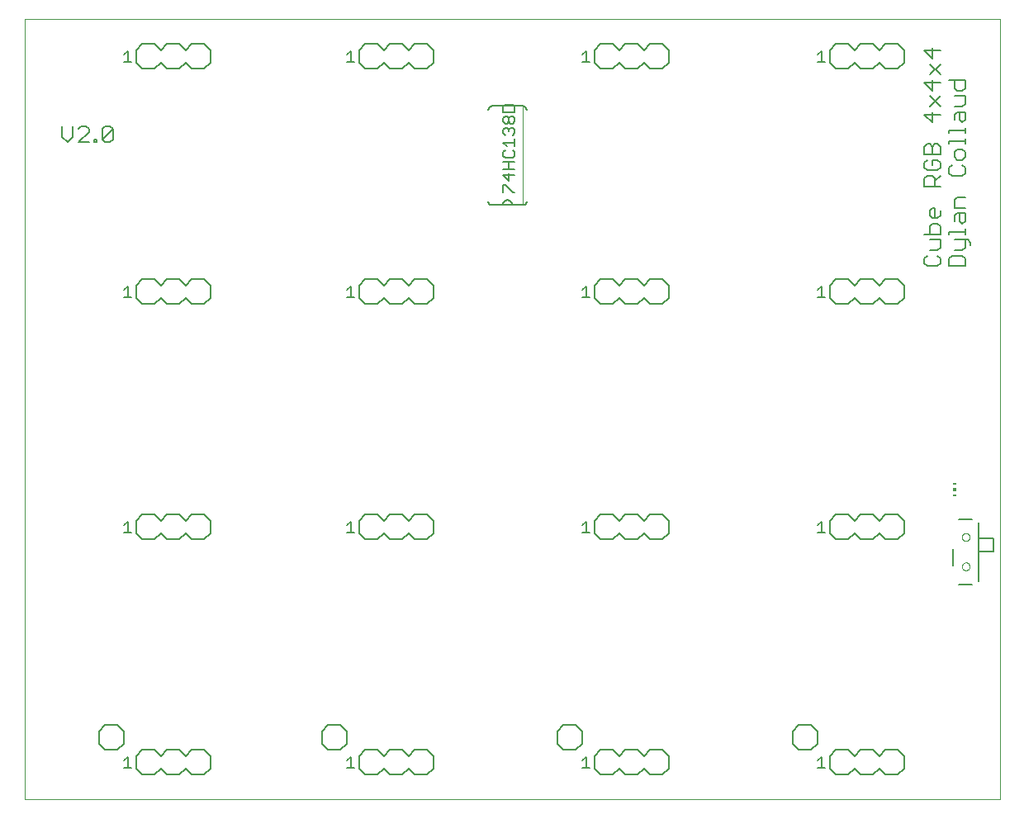
<source format=gto>
G75*
%MOIN*%
%OFA0B0*%
%FSLAX25Y25*%
%IPPOS*%
%LPD*%
%AMOC8*
5,1,8,0,0,1.08239X$1,22.5*
%
%ADD10C,0.00000*%
%ADD11C,0.00600*%
%ADD12C,0.00200*%
%ADD13C,0.00500*%
%ADD14R,0.01181X0.00591*%
%ADD15R,0.01181X0.01181*%
D10*
X0001800Y0001800D02*
X0001800Y0316761D01*
X0395501Y0316761D01*
X0395501Y0001800D01*
X0001800Y0001800D01*
X0380225Y0095894D02*
X0380227Y0095973D01*
X0380233Y0096052D01*
X0380243Y0096131D01*
X0380257Y0096209D01*
X0380274Y0096286D01*
X0380296Y0096362D01*
X0380321Y0096437D01*
X0380351Y0096510D01*
X0380383Y0096582D01*
X0380420Y0096653D01*
X0380460Y0096721D01*
X0380503Y0096787D01*
X0380549Y0096851D01*
X0380599Y0096913D01*
X0380652Y0096972D01*
X0380707Y0097028D01*
X0380766Y0097082D01*
X0380827Y0097132D01*
X0380890Y0097180D01*
X0380956Y0097224D01*
X0381024Y0097265D01*
X0381094Y0097302D01*
X0381165Y0097336D01*
X0381239Y0097366D01*
X0381313Y0097392D01*
X0381389Y0097414D01*
X0381466Y0097433D01*
X0381544Y0097448D01*
X0381622Y0097459D01*
X0381701Y0097466D01*
X0381780Y0097469D01*
X0381859Y0097468D01*
X0381938Y0097463D01*
X0382017Y0097454D01*
X0382095Y0097441D01*
X0382172Y0097424D01*
X0382249Y0097404D01*
X0382324Y0097379D01*
X0382398Y0097351D01*
X0382471Y0097319D01*
X0382541Y0097284D01*
X0382610Y0097245D01*
X0382677Y0097202D01*
X0382742Y0097156D01*
X0382804Y0097108D01*
X0382864Y0097056D01*
X0382921Y0097001D01*
X0382975Y0096943D01*
X0383026Y0096883D01*
X0383074Y0096820D01*
X0383119Y0096755D01*
X0383161Y0096687D01*
X0383199Y0096618D01*
X0383233Y0096547D01*
X0383264Y0096474D01*
X0383292Y0096399D01*
X0383315Y0096324D01*
X0383335Y0096247D01*
X0383351Y0096170D01*
X0383363Y0096091D01*
X0383371Y0096013D01*
X0383375Y0095934D01*
X0383375Y0095854D01*
X0383371Y0095775D01*
X0383363Y0095697D01*
X0383351Y0095618D01*
X0383335Y0095541D01*
X0383315Y0095464D01*
X0383292Y0095389D01*
X0383264Y0095314D01*
X0383233Y0095241D01*
X0383199Y0095170D01*
X0383161Y0095101D01*
X0383119Y0095033D01*
X0383074Y0094968D01*
X0383026Y0094905D01*
X0382975Y0094845D01*
X0382921Y0094787D01*
X0382864Y0094732D01*
X0382804Y0094680D01*
X0382742Y0094632D01*
X0382677Y0094586D01*
X0382610Y0094543D01*
X0382541Y0094504D01*
X0382471Y0094469D01*
X0382398Y0094437D01*
X0382324Y0094409D01*
X0382249Y0094384D01*
X0382172Y0094364D01*
X0382095Y0094347D01*
X0382017Y0094334D01*
X0381938Y0094325D01*
X0381859Y0094320D01*
X0381780Y0094319D01*
X0381701Y0094322D01*
X0381622Y0094329D01*
X0381544Y0094340D01*
X0381466Y0094355D01*
X0381389Y0094374D01*
X0381313Y0094396D01*
X0381239Y0094422D01*
X0381165Y0094452D01*
X0381094Y0094486D01*
X0381024Y0094523D01*
X0380956Y0094564D01*
X0380890Y0094608D01*
X0380827Y0094656D01*
X0380766Y0094706D01*
X0380707Y0094760D01*
X0380652Y0094816D01*
X0380599Y0094875D01*
X0380549Y0094937D01*
X0380503Y0095001D01*
X0380460Y0095067D01*
X0380420Y0095135D01*
X0380383Y0095206D01*
X0380351Y0095278D01*
X0380321Y0095351D01*
X0380296Y0095426D01*
X0380274Y0095502D01*
X0380257Y0095579D01*
X0380243Y0095657D01*
X0380233Y0095736D01*
X0380227Y0095815D01*
X0380225Y0095894D01*
X0380225Y0107706D02*
X0380227Y0107785D01*
X0380233Y0107864D01*
X0380243Y0107943D01*
X0380257Y0108021D01*
X0380274Y0108098D01*
X0380296Y0108174D01*
X0380321Y0108249D01*
X0380351Y0108322D01*
X0380383Y0108394D01*
X0380420Y0108465D01*
X0380460Y0108533D01*
X0380503Y0108599D01*
X0380549Y0108663D01*
X0380599Y0108725D01*
X0380652Y0108784D01*
X0380707Y0108840D01*
X0380766Y0108894D01*
X0380827Y0108944D01*
X0380890Y0108992D01*
X0380956Y0109036D01*
X0381024Y0109077D01*
X0381094Y0109114D01*
X0381165Y0109148D01*
X0381239Y0109178D01*
X0381313Y0109204D01*
X0381389Y0109226D01*
X0381466Y0109245D01*
X0381544Y0109260D01*
X0381622Y0109271D01*
X0381701Y0109278D01*
X0381780Y0109281D01*
X0381859Y0109280D01*
X0381938Y0109275D01*
X0382017Y0109266D01*
X0382095Y0109253D01*
X0382172Y0109236D01*
X0382249Y0109216D01*
X0382324Y0109191D01*
X0382398Y0109163D01*
X0382471Y0109131D01*
X0382541Y0109096D01*
X0382610Y0109057D01*
X0382677Y0109014D01*
X0382742Y0108968D01*
X0382804Y0108920D01*
X0382864Y0108868D01*
X0382921Y0108813D01*
X0382975Y0108755D01*
X0383026Y0108695D01*
X0383074Y0108632D01*
X0383119Y0108567D01*
X0383161Y0108499D01*
X0383199Y0108430D01*
X0383233Y0108359D01*
X0383264Y0108286D01*
X0383292Y0108211D01*
X0383315Y0108136D01*
X0383335Y0108059D01*
X0383351Y0107982D01*
X0383363Y0107903D01*
X0383371Y0107825D01*
X0383375Y0107746D01*
X0383375Y0107666D01*
X0383371Y0107587D01*
X0383363Y0107509D01*
X0383351Y0107430D01*
X0383335Y0107353D01*
X0383315Y0107276D01*
X0383292Y0107201D01*
X0383264Y0107126D01*
X0383233Y0107053D01*
X0383199Y0106982D01*
X0383161Y0106913D01*
X0383119Y0106845D01*
X0383074Y0106780D01*
X0383026Y0106717D01*
X0382975Y0106657D01*
X0382921Y0106599D01*
X0382864Y0106544D01*
X0382804Y0106492D01*
X0382742Y0106444D01*
X0382677Y0106398D01*
X0382610Y0106355D01*
X0382541Y0106316D01*
X0382471Y0106281D01*
X0382398Y0106249D01*
X0382324Y0106221D01*
X0382249Y0106196D01*
X0382172Y0106176D01*
X0382095Y0106159D01*
X0382017Y0106146D01*
X0381938Y0106137D01*
X0381859Y0106132D01*
X0381780Y0106131D01*
X0381701Y0106134D01*
X0381622Y0106141D01*
X0381544Y0106152D01*
X0381466Y0106167D01*
X0381389Y0106186D01*
X0381313Y0106208D01*
X0381239Y0106234D01*
X0381165Y0106264D01*
X0381094Y0106298D01*
X0381024Y0106335D01*
X0380956Y0106376D01*
X0380890Y0106420D01*
X0380827Y0106468D01*
X0380766Y0106518D01*
X0380707Y0106572D01*
X0380652Y0106628D01*
X0380599Y0106687D01*
X0380549Y0106749D01*
X0380503Y0106813D01*
X0380460Y0106879D01*
X0380420Y0106947D01*
X0380383Y0107018D01*
X0380351Y0107090D01*
X0380321Y0107163D01*
X0380296Y0107238D01*
X0380274Y0107314D01*
X0380257Y0107391D01*
X0380243Y0107469D01*
X0380233Y0107548D01*
X0380227Y0107627D01*
X0380225Y0107706D01*
D11*
X0356800Y0109300D02*
X0356800Y0114300D01*
X0354300Y0116800D01*
X0349300Y0116800D01*
X0346800Y0114300D01*
X0344300Y0116800D01*
X0339300Y0116800D01*
X0336800Y0114300D01*
X0334300Y0116800D01*
X0329300Y0116800D01*
X0326800Y0114300D01*
X0326800Y0109300D01*
X0329300Y0106800D01*
X0334300Y0106800D01*
X0336800Y0109300D01*
X0339300Y0106800D01*
X0344300Y0106800D01*
X0346800Y0109300D01*
X0349300Y0106800D01*
X0354300Y0106800D01*
X0356800Y0109300D01*
X0261800Y0109300D02*
X0259300Y0106800D01*
X0254300Y0106800D01*
X0251800Y0109300D01*
X0249300Y0106800D01*
X0244300Y0106800D01*
X0241800Y0109300D01*
X0239300Y0106800D01*
X0234300Y0106800D01*
X0231800Y0109300D01*
X0231800Y0114300D01*
X0234300Y0116800D01*
X0239300Y0116800D01*
X0241800Y0114300D01*
X0244300Y0116800D01*
X0249300Y0116800D01*
X0251800Y0114300D01*
X0254300Y0116800D01*
X0259300Y0116800D01*
X0261800Y0114300D01*
X0261800Y0109300D01*
X0166800Y0109300D02*
X0164300Y0106800D01*
X0159300Y0106800D01*
X0156800Y0109300D01*
X0154300Y0106800D01*
X0149300Y0106800D01*
X0146800Y0109300D01*
X0144300Y0106800D01*
X0139300Y0106800D01*
X0136800Y0109300D01*
X0136800Y0114300D01*
X0139300Y0116800D01*
X0144300Y0116800D01*
X0146800Y0114300D01*
X0149300Y0116800D01*
X0154300Y0116800D01*
X0156800Y0114300D01*
X0159300Y0116800D01*
X0164300Y0116800D01*
X0166800Y0114300D01*
X0166800Y0109300D01*
X0076800Y0109300D02*
X0076800Y0114300D01*
X0074300Y0116800D01*
X0069300Y0116800D01*
X0066800Y0114300D01*
X0064300Y0116800D01*
X0059300Y0116800D01*
X0056800Y0114300D01*
X0054300Y0116800D01*
X0049300Y0116800D01*
X0046800Y0114300D01*
X0046800Y0109300D01*
X0049300Y0106800D01*
X0054300Y0106800D01*
X0056800Y0109300D01*
X0059300Y0106800D01*
X0064300Y0106800D01*
X0066800Y0109300D01*
X0069300Y0106800D01*
X0074300Y0106800D01*
X0076800Y0109300D01*
X0039300Y0031800D02*
X0034300Y0031800D01*
X0031800Y0029300D01*
X0031800Y0024300D01*
X0034300Y0021800D01*
X0039300Y0021800D01*
X0041800Y0024300D01*
X0041800Y0029300D01*
X0039300Y0031800D01*
X0049300Y0021800D02*
X0046800Y0019300D01*
X0046800Y0014300D01*
X0049300Y0011800D01*
X0054300Y0011800D01*
X0056800Y0014300D01*
X0059300Y0011800D01*
X0064300Y0011800D01*
X0066800Y0014300D01*
X0069300Y0011800D01*
X0074300Y0011800D01*
X0076800Y0014300D01*
X0076800Y0019300D01*
X0074300Y0021800D01*
X0069300Y0021800D01*
X0066800Y0019300D01*
X0064300Y0021800D01*
X0059300Y0021800D01*
X0056800Y0019300D01*
X0054300Y0021800D01*
X0049300Y0021800D01*
X0121800Y0024300D02*
X0124300Y0021800D01*
X0129300Y0021800D01*
X0131800Y0024300D01*
X0131800Y0029300D01*
X0129300Y0031800D01*
X0124300Y0031800D01*
X0121800Y0029300D01*
X0121800Y0024300D01*
X0136800Y0019300D02*
X0136800Y0014300D01*
X0139300Y0011800D01*
X0144300Y0011800D01*
X0146800Y0014300D01*
X0149300Y0011800D01*
X0154300Y0011800D01*
X0156800Y0014300D01*
X0159300Y0011800D01*
X0164300Y0011800D01*
X0166800Y0014300D01*
X0166800Y0019300D01*
X0164300Y0021800D01*
X0159300Y0021800D01*
X0156800Y0019300D01*
X0154300Y0021800D01*
X0149300Y0021800D01*
X0146800Y0019300D01*
X0144300Y0021800D01*
X0139300Y0021800D01*
X0136800Y0019300D01*
X0216800Y0024300D02*
X0219300Y0021800D01*
X0224300Y0021800D01*
X0226800Y0024300D01*
X0226800Y0029300D01*
X0224300Y0031800D01*
X0219300Y0031800D01*
X0216800Y0029300D01*
X0216800Y0024300D01*
X0231800Y0019300D02*
X0231800Y0014300D01*
X0234300Y0011800D01*
X0239300Y0011800D01*
X0241800Y0014300D01*
X0244300Y0011800D01*
X0249300Y0011800D01*
X0251800Y0014300D01*
X0254300Y0011800D01*
X0259300Y0011800D01*
X0261800Y0014300D01*
X0261800Y0019300D01*
X0259300Y0021800D01*
X0254300Y0021800D01*
X0251800Y0019300D01*
X0249300Y0021800D01*
X0244300Y0021800D01*
X0241800Y0019300D01*
X0239300Y0021800D01*
X0234300Y0021800D01*
X0231800Y0019300D01*
X0311800Y0024300D02*
X0314300Y0021800D01*
X0319300Y0021800D01*
X0321800Y0024300D01*
X0321800Y0029300D01*
X0319300Y0031800D01*
X0314300Y0031800D01*
X0311800Y0029300D01*
X0311800Y0024300D01*
X0326800Y0019300D02*
X0326800Y0014300D01*
X0329300Y0011800D01*
X0334300Y0011800D01*
X0336800Y0014300D01*
X0339300Y0011800D01*
X0344300Y0011800D01*
X0346800Y0014300D01*
X0349300Y0011800D01*
X0354300Y0011800D01*
X0356800Y0014300D01*
X0356800Y0019300D01*
X0354300Y0021800D01*
X0349300Y0021800D01*
X0346800Y0019300D01*
X0344300Y0021800D01*
X0339300Y0021800D01*
X0336800Y0019300D01*
X0334300Y0021800D01*
X0329300Y0021800D01*
X0326800Y0019300D01*
X0329300Y0201800D02*
X0334300Y0201800D01*
X0336800Y0204300D01*
X0339300Y0201800D01*
X0344300Y0201800D01*
X0346800Y0204300D01*
X0349300Y0201800D01*
X0354300Y0201800D01*
X0356800Y0204300D01*
X0356800Y0209300D01*
X0354300Y0211800D01*
X0349300Y0211800D01*
X0346800Y0209300D01*
X0344300Y0211800D01*
X0339300Y0211800D01*
X0336800Y0209300D01*
X0334300Y0211800D01*
X0329300Y0211800D01*
X0326800Y0209300D01*
X0326800Y0204300D01*
X0329300Y0201800D01*
X0365095Y0218168D02*
X0366162Y0217100D01*
X0370432Y0217100D01*
X0371500Y0218168D01*
X0371500Y0220303D01*
X0370432Y0221370D01*
X0370432Y0223545D02*
X0371500Y0224613D01*
X0371500Y0227816D01*
X0367230Y0227816D01*
X0367230Y0229991D02*
X0367230Y0233194D01*
X0368297Y0234261D01*
X0370432Y0234261D01*
X0371500Y0233194D01*
X0371500Y0229991D01*
X0365095Y0229991D01*
X0367230Y0223545D02*
X0370432Y0223545D01*
X0366162Y0221370D02*
X0365095Y0220303D01*
X0365095Y0218168D01*
X0375095Y0217100D02*
X0375095Y0220303D01*
X0376162Y0221370D01*
X0380432Y0221370D01*
X0381500Y0220303D01*
X0381500Y0217100D01*
X0375095Y0217100D01*
X0377230Y0223545D02*
X0380432Y0223545D01*
X0381500Y0224613D01*
X0381500Y0227816D01*
X0382568Y0227816D02*
X0383635Y0226748D01*
X0383635Y0225681D01*
X0382568Y0227816D02*
X0377230Y0227816D01*
X0375095Y0229991D02*
X0375095Y0231059D01*
X0381500Y0231059D01*
X0381500Y0232126D02*
X0381500Y0229991D01*
X0380432Y0234288D02*
X0379365Y0235356D01*
X0379365Y0238558D01*
X0378297Y0238558D02*
X0381500Y0238558D01*
X0381500Y0235356D01*
X0380432Y0234288D01*
X0377230Y0235356D02*
X0377230Y0237491D01*
X0378297Y0238558D01*
X0377230Y0240733D02*
X0377230Y0243936D01*
X0378297Y0245004D01*
X0381500Y0245004D01*
X0381500Y0240733D02*
X0377230Y0240733D01*
X0371500Y0239639D02*
X0371500Y0237504D01*
X0370432Y0236436D01*
X0368297Y0236436D01*
X0367230Y0237504D01*
X0367230Y0239639D01*
X0368297Y0240707D01*
X0369365Y0240707D01*
X0369365Y0236436D01*
X0369365Y0249327D02*
X0369365Y0252530D01*
X0368297Y0253598D01*
X0366162Y0253598D01*
X0365095Y0252530D01*
X0365095Y0249327D01*
X0371500Y0249327D01*
X0369365Y0251463D02*
X0371500Y0253598D01*
X0370432Y0255773D02*
X0371500Y0256841D01*
X0371500Y0258976D01*
X0370432Y0260043D01*
X0368297Y0260043D01*
X0368297Y0257908D01*
X0366162Y0255773D02*
X0370432Y0255773D01*
X0366162Y0255773D02*
X0365095Y0256841D01*
X0365095Y0258976D01*
X0366162Y0260043D01*
X0365095Y0262218D02*
X0365095Y0265421D01*
X0366162Y0266489D01*
X0367230Y0266489D01*
X0368297Y0265421D01*
X0368297Y0262218D01*
X0365095Y0262218D02*
X0371500Y0262218D01*
X0371500Y0265421D01*
X0370432Y0266489D01*
X0369365Y0266489D01*
X0368297Y0265421D01*
X0375095Y0266515D02*
X0375095Y0267583D01*
X0381500Y0267583D01*
X0381500Y0266515D02*
X0381500Y0268651D01*
X0381500Y0270812D02*
X0381500Y0272948D01*
X0381500Y0271880D02*
X0375095Y0271880D01*
X0375095Y0270812D01*
X0377230Y0276177D02*
X0377230Y0278312D01*
X0378297Y0279380D01*
X0381500Y0279380D01*
X0381500Y0276177D01*
X0380432Y0275109D01*
X0379365Y0276177D01*
X0379365Y0279380D01*
X0380432Y0281555D02*
X0377230Y0281555D01*
X0380432Y0281555D02*
X0381500Y0282623D01*
X0381500Y0285825D01*
X0377230Y0285825D01*
X0378297Y0288000D02*
X0377230Y0289068D01*
X0377230Y0292271D01*
X0375095Y0292271D02*
X0381500Y0292271D01*
X0381500Y0289068D01*
X0380432Y0288000D01*
X0378297Y0288000D01*
X0371500Y0285825D02*
X0367230Y0281555D01*
X0368297Y0279380D02*
X0368297Y0275109D01*
X0365095Y0278312D01*
X0371500Y0278312D01*
X0371500Y0281555D02*
X0367230Y0285825D01*
X0368297Y0288000D02*
X0368297Y0292271D01*
X0367230Y0294446D02*
X0371500Y0298716D01*
X0368297Y0300891D02*
X0368297Y0305162D01*
X0365095Y0304094D02*
X0368297Y0300891D01*
X0367230Y0298716D02*
X0371500Y0294446D01*
X0371500Y0291203D02*
X0365095Y0291203D01*
X0368297Y0288000D01*
X0356800Y0299300D02*
X0356800Y0304300D01*
X0354300Y0306800D01*
X0349300Y0306800D01*
X0346800Y0304300D01*
X0344300Y0306800D01*
X0339300Y0306800D01*
X0336800Y0304300D01*
X0334300Y0306800D01*
X0329300Y0306800D01*
X0326800Y0304300D01*
X0326800Y0299300D01*
X0329300Y0296800D01*
X0334300Y0296800D01*
X0336800Y0299300D01*
X0339300Y0296800D01*
X0344300Y0296800D01*
X0346800Y0299300D01*
X0349300Y0296800D01*
X0354300Y0296800D01*
X0356800Y0299300D01*
X0365095Y0304094D02*
X0371500Y0304094D01*
X0378297Y0264340D02*
X0377230Y0263273D01*
X0377230Y0261138D01*
X0378297Y0260070D01*
X0380432Y0260070D01*
X0381500Y0261138D01*
X0381500Y0263273D01*
X0380432Y0264340D01*
X0378297Y0264340D01*
X0376162Y0257895D02*
X0375095Y0256827D01*
X0375095Y0254692D01*
X0376162Y0253624D01*
X0380432Y0253624D01*
X0381500Y0254692D01*
X0381500Y0256827D01*
X0380432Y0257895D01*
X0261800Y0299300D02*
X0261800Y0304300D01*
X0259300Y0306800D01*
X0254300Y0306800D01*
X0251800Y0304300D01*
X0249300Y0306800D01*
X0244300Y0306800D01*
X0241800Y0304300D01*
X0239300Y0306800D01*
X0234300Y0306800D01*
X0231800Y0304300D01*
X0231800Y0299300D01*
X0234300Y0296800D01*
X0239300Y0296800D01*
X0241800Y0299300D01*
X0244300Y0296800D01*
X0249300Y0296800D01*
X0251800Y0299300D01*
X0254300Y0296800D01*
X0259300Y0296800D01*
X0261800Y0299300D01*
X0203000Y0281800D02*
X0190600Y0281800D01*
X0190524Y0281798D01*
X0190448Y0281792D01*
X0190373Y0281783D01*
X0190298Y0281769D01*
X0190224Y0281752D01*
X0190151Y0281731D01*
X0190079Y0281707D01*
X0190008Y0281678D01*
X0189939Y0281647D01*
X0189872Y0281612D01*
X0189807Y0281573D01*
X0189743Y0281531D01*
X0189682Y0281486D01*
X0189623Y0281438D01*
X0189567Y0281387D01*
X0189513Y0281333D01*
X0189462Y0281277D01*
X0189414Y0281218D01*
X0189369Y0281157D01*
X0189327Y0281093D01*
X0189288Y0281028D01*
X0189253Y0280961D01*
X0189222Y0280892D01*
X0189193Y0280821D01*
X0189169Y0280749D01*
X0189148Y0280676D01*
X0189131Y0280602D01*
X0189117Y0280527D01*
X0189108Y0280452D01*
X0189102Y0280376D01*
X0189100Y0280300D01*
X0203000Y0281800D02*
X0203076Y0281798D01*
X0203152Y0281792D01*
X0203227Y0281783D01*
X0203302Y0281769D01*
X0203376Y0281752D01*
X0203449Y0281731D01*
X0203521Y0281707D01*
X0203592Y0281678D01*
X0203661Y0281647D01*
X0203728Y0281612D01*
X0203793Y0281573D01*
X0203857Y0281531D01*
X0203918Y0281486D01*
X0203977Y0281438D01*
X0204033Y0281387D01*
X0204087Y0281333D01*
X0204138Y0281277D01*
X0204186Y0281218D01*
X0204231Y0281157D01*
X0204273Y0281093D01*
X0204312Y0281028D01*
X0204347Y0280961D01*
X0204378Y0280892D01*
X0204407Y0280821D01*
X0204431Y0280749D01*
X0204452Y0280676D01*
X0204469Y0280602D01*
X0204483Y0280527D01*
X0204492Y0280452D01*
X0204498Y0280376D01*
X0204500Y0280300D01*
X0166800Y0299300D02*
X0166800Y0304300D01*
X0164300Y0306800D01*
X0159300Y0306800D01*
X0156800Y0304300D01*
X0154300Y0306800D01*
X0149300Y0306800D01*
X0146800Y0304300D01*
X0144300Y0306800D01*
X0139300Y0306800D01*
X0136800Y0304300D01*
X0136800Y0299300D01*
X0139300Y0296800D01*
X0144300Y0296800D01*
X0146800Y0299300D01*
X0149300Y0296800D01*
X0154300Y0296800D01*
X0156800Y0299300D01*
X0159300Y0296800D01*
X0164300Y0296800D01*
X0166800Y0299300D01*
X0189100Y0243300D02*
X0189102Y0243224D01*
X0189108Y0243148D01*
X0189117Y0243073D01*
X0189131Y0242998D01*
X0189148Y0242924D01*
X0189169Y0242851D01*
X0189193Y0242779D01*
X0189222Y0242708D01*
X0189253Y0242639D01*
X0189288Y0242572D01*
X0189327Y0242507D01*
X0189369Y0242443D01*
X0189414Y0242382D01*
X0189462Y0242323D01*
X0189513Y0242267D01*
X0189567Y0242213D01*
X0189623Y0242162D01*
X0189682Y0242114D01*
X0189743Y0242069D01*
X0189807Y0242027D01*
X0189872Y0241988D01*
X0189939Y0241953D01*
X0190008Y0241922D01*
X0190079Y0241893D01*
X0190151Y0241869D01*
X0190224Y0241848D01*
X0190298Y0241831D01*
X0190373Y0241817D01*
X0190448Y0241808D01*
X0190524Y0241802D01*
X0190600Y0241800D01*
X0194800Y0241800D01*
X0198800Y0241800D01*
X0203000Y0241800D01*
X0203076Y0241802D01*
X0203152Y0241808D01*
X0203227Y0241817D01*
X0203302Y0241831D01*
X0203376Y0241848D01*
X0203449Y0241869D01*
X0203521Y0241893D01*
X0203592Y0241922D01*
X0203661Y0241953D01*
X0203728Y0241988D01*
X0203793Y0242027D01*
X0203857Y0242069D01*
X0203918Y0242114D01*
X0203977Y0242162D01*
X0204033Y0242213D01*
X0204087Y0242267D01*
X0204138Y0242323D01*
X0204186Y0242382D01*
X0204231Y0242443D01*
X0204273Y0242507D01*
X0204312Y0242572D01*
X0204347Y0242639D01*
X0204378Y0242708D01*
X0204407Y0242779D01*
X0204431Y0242851D01*
X0204452Y0242924D01*
X0204469Y0242998D01*
X0204483Y0243073D01*
X0204492Y0243148D01*
X0204498Y0243224D01*
X0204500Y0243300D01*
X0198800Y0241800D02*
X0198798Y0241888D01*
X0198792Y0241977D01*
X0198782Y0242065D01*
X0198769Y0242152D01*
X0198751Y0242239D01*
X0198730Y0242325D01*
X0198705Y0242410D01*
X0198676Y0242493D01*
X0198643Y0242576D01*
X0198607Y0242656D01*
X0198568Y0242735D01*
X0198525Y0242813D01*
X0198478Y0242888D01*
X0198428Y0242961D01*
X0198375Y0243032D01*
X0198319Y0243101D01*
X0198260Y0243167D01*
X0198198Y0243230D01*
X0198134Y0243290D01*
X0198067Y0243348D01*
X0197997Y0243402D01*
X0197925Y0243454D01*
X0197851Y0243502D01*
X0197774Y0243547D01*
X0197696Y0243588D01*
X0197616Y0243626D01*
X0197535Y0243660D01*
X0197452Y0243691D01*
X0197367Y0243718D01*
X0197282Y0243741D01*
X0197196Y0243760D01*
X0197108Y0243776D01*
X0197021Y0243788D01*
X0196933Y0243796D01*
X0196844Y0243800D01*
X0196756Y0243800D01*
X0196667Y0243796D01*
X0196579Y0243788D01*
X0196492Y0243776D01*
X0196404Y0243760D01*
X0196318Y0243741D01*
X0196233Y0243718D01*
X0196148Y0243691D01*
X0196065Y0243660D01*
X0195984Y0243626D01*
X0195904Y0243588D01*
X0195826Y0243547D01*
X0195749Y0243502D01*
X0195675Y0243454D01*
X0195603Y0243402D01*
X0195533Y0243348D01*
X0195466Y0243290D01*
X0195402Y0243230D01*
X0195340Y0243167D01*
X0195281Y0243101D01*
X0195225Y0243032D01*
X0195172Y0242961D01*
X0195122Y0242888D01*
X0195075Y0242813D01*
X0195032Y0242735D01*
X0194993Y0242656D01*
X0194957Y0242576D01*
X0194924Y0242493D01*
X0194895Y0242410D01*
X0194870Y0242325D01*
X0194849Y0242239D01*
X0194831Y0242152D01*
X0194818Y0242065D01*
X0194808Y0241977D01*
X0194802Y0241888D01*
X0194800Y0241800D01*
X0164300Y0211800D02*
X0159300Y0211800D01*
X0156800Y0209300D01*
X0154300Y0211800D01*
X0149300Y0211800D01*
X0146800Y0209300D01*
X0144300Y0211800D01*
X0139300Y0211800D01*
X0136800Y0209300D01*
X0136800Y0204300D01*
X0139300Y0201800D01*
X0144300Y0201800D01*
X0146800Y0204300D01*
X0149300Y0201800D01*
X0154300Y0201800D01*
X0156800Y0204300D01*
X0159300Y0201800D01*
X0164300Y0201800D01*
X0166800Y0204300D01*
X0166800Y0209300D01*
X0164300Y0211800D01*
X0231800Y0209300D02*
X0231800Y0204300D01*
X0234300Y0201800D01*
X0239300Y0201800D01*
X0241800Y0204300D01*
X0244300Y0201800D01*
X0249300Y0201800D01*
X0251800Y0204300D01*
X0254300Y0201800D01*
X0259300Y0201800D01*
X0261800Y0204300D01*
X0261800Y0209300D01*
X0259300Y0211800D01*
X0254300Y0211800D01*
X0251800Y0209300D01*
X0249300Y0211800D01*
X0244300Y0211800D01*
X0241800Y0209300D01*
X0239300Y0211800D01*
X0234300Y0211800D01*
X0231800Y0209300D01*
X0076800Y0209300D02*
X0076800Y0204300D01*
X0074300Y0201800D01*
X0069300Y0201800D01*
X0066800Y0204300D01*
X0064300Y0201800D01*
X0059300Y0201800D01*
X0056800Y0204300D01*
X0054300Y0201800D01*
X0049300Y0201800D01*
X0046800Y0204300D01*
X0046800Y0209300D01*
X0049300Y0211800D01*
X0054300Y0211800D01*
X0056800Y0209300D01*
X0059300Y0211800D01*
X0064300Y0211800D01*
X0066800Y0209300D01*
X0069300Y0211800D01*
X0074300Y0211800D01*
X0076800Y0209300D01*
X0036416Y0267100D02*
X0034281Y0267100D01*
X0033214Y0268168D01*
X0037484Y0272438D01*
X0037484Y0268168D01*
X0036416Y0267100D01*
X0033214Y0268168D02*
X0033214Y0272438D01*
X0034281Y0273505D01*
X0036416Y0273505D01*
X0037484Y0272438D01*
X0031059Y0268168D02*
X0031059Y0267100D01*
X0029991Y0267100D01*
X0029991Y0268168D01*
X0031059Y0268168D01*
X0027816Y0267100D02*
X0023545Y0267100D01*
X0027816Y0271370D01*
X0027816Y0272438D01*
X0026748Y0273505D01*
X0024613Y0273505D01*
X0023545Y0272438D01*
X0021370Y0273505D02*
X0021370Y0269235D01*
X0019235Y0267100D01*
X0017100Y0269235D01*
X0017100Y0273505D01*
X0046800Y0299300D02*
X0049300Y0296800D01*
X0054300Y0296800D01*
X0056800Y0299300D01*
X0059300Y0296800D01*
X0064300Y0296800D01*
X0066800Y0299300D01*
X0069300Y0296800D01*
X0074300Y0296800D01*
X0076800Y0299300D01*
X0076800Y0304300D01*
X0074300Y0306800D01*
X0069300Y0306800D01*
X0066800Y0304300D01*
X0064300Y0306800D01*
X0059300Y0306800D01*
X0056800Y0304300D01*
X0054300Y0306800D01*
X0049300Y0306800D01*
X0046800Y0304300D01*
X0046800Y0299300D01*
D12*
X0203100Y0281800D02*
X0203100Y0241800D01*
D13*
X0199550Y0247050D02*
X0198799Y0247050D01*
X0195797Y0250053D01*
X0195046Y0250053D01*
X0195046Y0247050D01*
X0197298Y0251654D02*
X0197298Y0254656D01*
X0197298Y0256258D02*
X0197298Y0259260D01*
X0195797Y0260862D02*
X0198799Y0260862D01*
X0199550Y0261612D01*
X0199550Y0263114D01*
X0198799Y0263864D01*
X0199550Y0265466D02*
X0199550Y0268468D01*
X0199550Y0266967D02*
X0195046Y0266967D01*
X0196547Y0265466D01*
X0195797Y0263864D02*
X0195046Y0263114D01*
X0195046Y0261612D01*
X0195797Y0260862D01*
X0195046Y0259260D02*
X0199550Y0259260D01*
X0199550Y0256258D02*
X0195046Y0256258D01*
X0195046Y0253906D02*
X0197298Y0251654D01*
X0199550Y0253906D02*
X0195046Y0253906D01*
X0195797Y0270070D02*
X0195046Y0270820D01*
X0195046Y0272322D01*
X0195797Y0273072D01*
X0196547Y0273072D01*
X0197298Y0272322D01*
X0198049Y0273072D01*
X0198799Y0273072D01*
X0199550Y0272322D01*
X0199550Y0270820D01*
X0198799Y0270070D01*
X0197298Y0271571D02*
X0197298Y0272322D01*
X0196547Y0274674D02*
X0195797Y0274674D01*
X0195046Y0275424D01*
X0195046Y0276925D01*
X0195797Y0277676D01*
X0196547Y0277676D01*
X0197298Y0276925D01*
X0197298Y0275424D01*
X0196547Y0274674D01*
X0197298Y0275424D02*
X0198049Y0274674D01*
X0198799Y0274674D01*
X0199550Y0275424D01*
X0199550Y0276925D01*
X0198799Y0277676D01*
X0198049Y0277676D01*
X0197298Y0276925D01*
X0195046Y0279277D02*
X0195046Y0281529D01*
X0195797Y0282280D01*
X0198799Y0282280D01*
X0199550Y0281529D01*
X0199550Y0279277D01*
X0195046Y0279277D01*
X0227050Y0299550D02*
X0230053Y0299550D01*
X0228551Y0299550D02*
X0228551Y0304054D01*
X0227050Y0302553D01*
X0135053Y0299550D02*
X0132050Y0299550D01*
X0133551Y0299550D02*
X0133551Y0304054D01*
X0132050Y0302553D01*
X0045053Y0299550D02*
X0042050Y0299550D01*
X0043551Y0299550D02*
X0043551Y0304054D01*
X0042050Y0302553D01*
X0043551Y0209054D02*
X0043551Y0204550D01*
X0042050Y0204550D02*
X0045053Y0204550D01*
X0042050Y0207553D02*
X0043551Y0209054D01*
X0132050Y0207553D02*
X0133551Y0209054D01*
X0133551Y0204550D01*
X0132050Y0204550D02*
X0135053Y0204550D01*
X0227050Y0204550D02*
X0230053Y0204550D01*
X0228551Y0204550D02*
X0228551Y0209054D01*
X0227050Y0207553D01*
X0322050Y0207553D02*
X0323551Y0209054D01*
X0323551Y0204550D01*
X0322050Y0204550D02*
X0325053Y0204550D01*
X0379044Y0114989D02*
X0384162Y0114989D01*
X0387115Y0113611D02*
X0387115Y0107115D01*
X0393020Y0107115D01*
X0393020Y0101997D01*
X0387115Y0101997D01*
X0387115Y0107115D01*
X0387115Y0101997D02*
X0387115Y0089989D01*
X0384162Y0088611D02*
X0379044Y0088611D01*
X0376485Y0096288D02*
X0376485Y0102981D01*
X0325053Y0109550D02*
X0322050Y0109550D01*
X0323551Y0109550D02*
X0323551Y0114054D01*
X0322050Y0112553D01*
X0230053Y0109550D02*
X0227050Y0109550D01*
X0228551Y0109550D02*
X0228551Y0114054D01*
X0227050Y0112553D01*
X0135053Y0109550D02*
X0132050Y0109550D01*
X0133551Y0109550D02*
X0133551Y0114054D01*
X0132050Y0112553D01*
X0045053Y0109550D02*
X0042050Y0109550D01*
X0043551Y0109550D02*
X0043551Y0114054D01*
X0042050Y0112553D01*
X0043551Y0019054D02*
X0043551Y0014550D01*
X0042050Y0014550D02*
X0045053Y0014550D01*
X0042050Y0017553D02*
X0043551Y0019054D01*
X0132050Y0017553D02*
X0133551Y0019054D01*
X0133551Y0014550D01*
X0132050Y0014550D02*
X0135053Y0014550D01*
X0227050Y0014550D02*
X0230053Y0014550D01*
X0228551Y0014550D02*
X0228551Y0019054D01*
X0227050Y0017553D01*
X0322050Y0017553D02*
X0323551Y0019054D01*
X0323551Y0014550D01*
X0322050Y0014550D02*
X0325053Y0014550D01*
X0325053Y0299550D02*
X0322050Y0299550D01*
X0323551Y0299550D02*
X0323551Y0304054D01*
X0322050Y0302553D01*
D14*
X0377391Y0129162D03*
X0377391Y0124438D03*
D15*
X0377391Y0126800D03*
M02*

</source>
